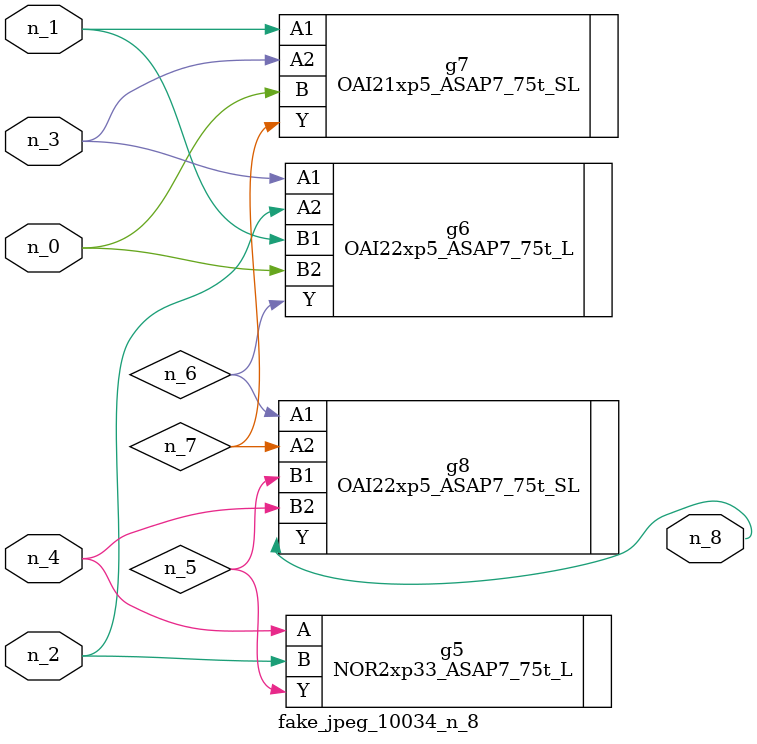
<source format=v>
module fake_jpeg_10034_n_8 (n_3, n_2, n_1, n_0, n_4, n_8);

input n_3;
input n_2;
input n_1;
input n_0;
input n_4;

output n_8;

wire n_6;
wire n_5;
wire n_7;

NOR2xp33_ASAP7_75t_L g5 ( 
.A(n_4),
.B(n_2),
.Y(n_5)
);

OAI22xp5_ASAP7_75t_L g6 ( 
.A1(n_3),
.A2(n_2),
.B1(n_1),
.B2(n_0),
.Y(n_6)
);

OAI21xp5_ASAP7_75t_SL g7 ( 
.A1(n_1),
.A2(n_3),
.B(n_0),
.Y(n_7)
);

OAI22xp5_ASAP7_75t_SL g8 ( 
.A1(n_6),
.A2(n_7),
.B1(n_5),
.B2(n_4),
.Y(n_8)
);


endmodule
</source>
